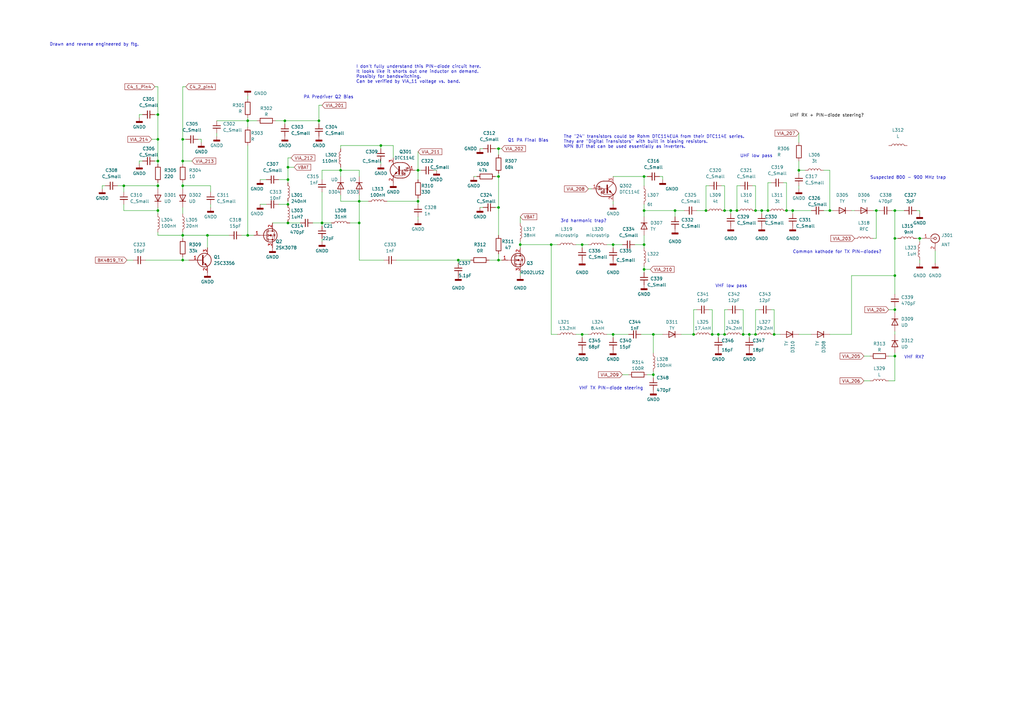
<source format=kicad_sch>
(kicad_sch (version 20230121) (generator eeschema)
  (paper "A3")
  (lib_symbols
    (symbol "Connector:Conn_Coaxial" (pin_names (offset 1.016) hide)
      (property "Reference" "J" (at 0.254 3.048 0))
      (property "Value" "Conn_Coaxial" (at 2.921 0 90))
      (symbol "Conn_Coaxial_0_1"
        (arc (start -1.778 -0.508) (mid 0.2311 -1.8066) (end 1.778 0) (stroke (width 0.254)))
        (polyline (pts (xy -2.54 0) (xy -0.508 0)))
        (polyline (pts (xy 0 -2.54) (xy 0 -1.778)))
        (circle (center 0 0) (radius 0.508) (stroke (width 0.2032)))
        (arc (start 1.778 0) (mid 0.2099 1.8101) (end -1.778 0.508) (stroke (width 0.254)))
      )
      (symbol "Conn_Coaxial_1_1"
        (pin passive line (at -5.08 0 0) (length 2.54) (name "In") (number "1"))
        (pin passive line (at 0 -5.08 90) (length 2.54) (name "Ext") (number "2"))
      )
    )
    (symbol "Device:C_Small" (pin_numbers hide) (pin_names (offset 0.254) hide)
      (property "Reference" "C" (at 0.254 1.778 0))
      (property "Value" "C_Small" (at 0.254 -2.032 0))
      (symbol "C_Small_0_1"
        (polyline (pts (xy -1.524 -0.508) (xy 1.524 -0.508)) (stroke (width 0.3302)))
        (polyline (pts (xy -1.524 0.508) (xy 1.524 0.508)) (stroke (width 0.3048)))
      )
      (symbol "C_Small_1_1"
        (pin passive line (at 0 2.54 270) (length 2.032) (name "~") (number "1"))
        (pin passive line (at 0 -2.54 90) (length 2.032) (name "~") (number "2"))
      )
    )
    (symbol "Device:D" (pin_numbers hide) (pin_names (offset 1.016) hide)
      (property "Reference" "D" (at 0 2.54 0))
      (property "Value" "D" (at 0 -2.54 0))
      (symbol "D_0_1"
        (polyline (pts (xy -1.27 1.27) (xy -1.27 -1.27)) (stroke (width 0.254)))
        (polyline (pts (xy 1.27 0) (xy -1.27 0)))
        (polyline (pts (xy 1.27 1.27) (xy 1.27 -1.27) (xy -1.27 0) (xy 1.27 1.27)) (stroke (width 0.254)))
      )
      (symbol "D_1_1"
        (pin passive line (at -3.81 0 0) (length 2.54) (name "K") (number "1"))
        (pin passive line (at 3.81 0 180) (length 2.54) (name "A") (number "2"))
      )
    )
    (symbol "Device:L" (pin_numbers hide) (pin_names (offset 1.016) hide)
      (property "Reference" "L" (at -1.27 0 90))
      (property "Value" "L" (at 1.905 0 90))
      (symbol "L_0_1"
        (arc (start 0 -2.54) (mid 0.6323 -1.905) (end 0 -1.27))
        (arc (start 0 -1.27) (mid 0.6323 -0.635) (end 0 0))
        (arc (start 0 0) (mid 0.6323 0.635) (end 0 1.27))
        (arc (start 0 1.27) (mid 0.6323 1.905) (end 0 2.54))
      )
      (symbol "L_1_1"
        (pin passive line (at 0 3.81 270) (length 1.27) (name "1") (number "1"))
        (pin passive line (at 0 -3.81 90) (length 1.27) (name "2") (number "2"))
      )
    )
    (symbol "Device:R" (pin_numbers hide) (pin_names (offset 0))
      (property "Reference" "R" (at 2.032 0 90))
      (property "Value" "R" (at 0 0 90))
      (symbol "R_0_1"
        (rectangle (start -1.016 -2.54) (end 1.016 2.54) (stroke (width 0.254)))
      )
      (symbol "R_1_1"
        (pin passive line (at 0 3.81 270) (length 1.27) (name "~") (number "1"))
        (pin passive line (at 0 -3.81 90) (length 1.27) (name "~") (number "2"))
      )
    )
    (symbol "Transistor_BJT:BFR92" (pin_names (offset 0) hide)
      (property "Reference" "Q" (at 5.08 1.905 0))
      (property "Value" "BFR92" (at 5.08 0 0))
      (symbol "BFR92_0_1"
        (polyline (pts (xy 0 0) (xy 0.635 0)))
        (polyline (pts (xy 0.635 0.635) (xy 2.54 2.54)))
        (polyline (pts (xy 2.54 -2.54) (xy 0.635 -0.635)))
        (polyline (pts (xy 0.635 1.905) (xy 0.635 0) (xy 0.635 -1.905) (xy 0.635 -1.905)) (stroke (width 0.508)))
        (polyline (pts (xy 2.286 -2.286) (xy 1.778 -1.27) (xy 1.27 -1.778) (xy 2.286 -2.286) (xy 2.286 -2.286)) (fill (type outline)))
        (circle (center 1.27 0) (radius 2.8194) (stroke (width 0.254)))
      )
      (symbol "BFR92_1_1"
        (pin input line (at -5.08 0 0) (length 5.08) (name "B") (number "1"))
        (pin passive line (at 2.54 -5.08 90) (length 2.54) (name "E") (number "2"))
        (pin passive line (at 2.54 5.08 270) (length 2.54) (name "C") (number "3"))
      )
    )
    (symbol "Transistor_BJT:DTC114E" (pin_names (offset 0) hide)
      (property "Reference" "Q" (at 5.08 1.905 0))
      (property "Value" "DTC114E" (at 5.08 0 0))
      (symbol "DTC114E_0_0"
        (text "10k" (at -3.302 0.889 0) (effects (font (size 0.508 0.508))))
        (text "10k" (at -2.159 -1.524 900) (effects (font (size 0.508 0.508))))
      )
      (symbol "DTC114E_0_1"
        (circle (center -1.27 0) (radius 0.127))
        (arc (start -1.27 3.175) (mid -4.4312 0) (end -1.27 -3.175) (stroke (width 0.254)))
        (polyline (pts (xy -3.429 0) (xy -3.81 0)))
        (polyline (pts (xy -1.27 -3.175) (xy 0.635 -3.175)) (stroke (width 0.254)))
        (polyline (pts (xy -1.27 3.175) (xy 0.635 3.175)) (stroke (width 0.254)))
        (polyline (pts (xy 0 -0.254) (xy 2.54 2.286)))
        (polyline (pts (xy 0.127 1.524) (xy 0.127 -1.651)) (stroke (width 0.508)) (fill (type outline)))
        (polyline (pts (xy 2.54 2.286) (xy 2.54 2.54)))
        (polyline (pts (xy 2.54 -2.286) (xy 0 0.254) (xy 0 0.254)))
        (polyline (pts (xy 0.889 -1.143) (xy 1.397 -0.635) (xy 1.905 -1.651) (xy 0.889 -1.143)) (fill (type outline)))
        (polyline (pts (xy 0 0) (xy -1.905 0) (xy -2.032 0.508) (xy -2.286 -0.508) (xy -2.54 0.508) (xy -2.794 -0.508) (xy -3.048 0.508) (xy -3.302 -0.508) (xy -3.429 0)))
        (polyline (pts (xy -1.27 0) (xy -1.27 -0.381) (xy -0.762 -0.508) (xy -1.778 -0.762) (xy -0.762 -1.016) (xy -1.778 -1.27) (xy -0.762 -1.524) (xy -1.778 -1.778) (xy -1.27 -1.905) (xy -1.27 -2.286) (xy 2.54 -2.286)))
        (arc (start 0.635 -3.175) (mid 3.7962 0) (end 0.635 3.175) (stroke (width 0.254)))
        (circle (center 2.54 -2.286) (radius 0.127))
      )
      (symbol "DTC114E_1_1"
        (pin input line (at -6.35 0 0) (length 2.54) (name "B") (number "1"))
        (pin passive line (at 2.54 -5.08 90) (length 2.54) (name "E") (number "2"))
        (pin passive line (at 2.54 5.08 270) (length 2.54) (name "C") (number "3"))
      )
    )
    (symbol "Transistor_FET:IRF540N" (pin_names hide)
      (property "Reference" "Q" (at 6.35 1.905 0))
      (property "Value" "IRF540N" (at 6.35 0 0))
      (symbol "IRF540N_0_1"
        (polyline (pts (xy 0.254 0) (xy -2.54 0)))
        (polyline (pts (xy 0.254 1.905) (xy 0.254 -1.905)) (stroke (width 0.254)))
        (polyline (pts (xy 0.762 -1.27) (xy 0.762 -2.286)) (stroke (width 0.254)))
        (polyline (pts (xy 0.762 0.508) (xy 0.762 -0.508)) (stroke (width 0.254)))
        (polyline (pts (xy 0.762 2.286) (xy 0.762 1.27)) (stroke (width 0.254)))
        (polyline (pts (xy 2.54 2.54) (xy 2.54 1.778)))
        (polyline (pts (xy 2.54 -2.54) (xy 2.54 0) (xy 0.762 0)))
        (polyline (pts (xy 0.762 -1.778) (xy 3.302 -1.778) (xy 3.302 1.778) (xy 0.762 1.778)))
        (polyline (pts (xy 1.016 0) (xy 2.032 0.381) (xy 2.032 -0.381) (xy 1.016 0)) (fill (type outline)))
        (polyline (pts (xy 2.794 0.508) (xy 2.921 0.381) (xy 3.683 0.381) (xy 3.81 0.254)))
        (polyline (pts (xy 3.302 0.381) (xy 2.921 -0.254) (xy 3.683 -0.254) (xy 3.302 0.381)))
        (circle (center 1.651 0) (radius 2.794) (stroke (width 0.254)))
        (circle (center 2.54 -1.778) (radius 0.254) (fill (type outline)))
        (circle (center 2.54 1.778) (radius 0.254) (fill (type outline)))
      )
      (symbol "IRF540N_1_1"
        (pin input line (at -5.08 0 0) (length 2.54) (name "G") (number "1"))
        (pin passive line (at 2.54 5.08 270) (length 2.54) (name "D") (number "2"))
        (pin passive line (at 2.54 -5.08 90) (length 2.54) (name "S") (number "3"))
      )
    )
    (symbol "power:GNDD" (power) (pin_names (offset 0))
      (property "Value" "GNDD" (at 0 -3.175 0))
      (symbol "GNDD_0_1"
        (rectangle (start -1.27 -1.524) (end 1.27 -2.032) (stroke (width 0.254)) (fill (type outline)))
        (polyline (pts (xy 0 0) (xy 0 -1.524)))
      )
      (symbol "GNDD_1_1"
        (pin power_in line (at 0 0 270) (length 0) hide (name "GNDD") (number "1"))
      )
    )
  )
  (junction (at 204.47 72.39))
  (junction (at 317.5 137.16))
  (junction (at 264.16 72.39))
  (junction (at 204.47 85.09))
  (junction (at 289.56 86.36))
  (junction (at 213.36 100.33))
  (junction (at 101.6 96.52))
  (junction (at 50.8 76.2))
  (junction (at 171.45 69.85))
  (junction (at 156.21 59.69))
  (junction (at 359.41 86.36))
  (junction (at 64.77 86.36))
  (junction (at 340.36 86.36))
  (junction (at 101.6 49.53))
  (junction (at 171.45 82.55))
  (junction (at 322.58 86.36))
  (junction (at 74.93 106.68))
  (junction (at 309.88 86.36))
  (junction (at 284.48 137.16))
  (junction (at 302.26 86.36))
  (junction (at 294.64 137.16))
  (junction (at 307.34 137.16))
  (junction (at 304.8 137.16))
  (junction (at 314.96 86.36))
  (junction (at 264.16 86.36))
  (junction (at 147.32 91.44))
  (junction (at 292.1 137.16))
  (junction (at 118.11 91.44))
  (junction (at 64.77 66.04))
  (junction (at 132.08 91.44))
  (junction (at 130.81 49.53))
  (junction (at 377.19 97.79))
  (junction (at 74.93 76.2))
  (junction (at 264.16 100.33))
  (junction (at 147.32 82.55))
  (junction (at 64.77 57.15))
  (junction (at 226.06 100.33))
  (junction (at 85.09 96.52))
  (junction (at 309.88 137.16))
  (junction (at 139.7 69.85))
  (junction (at 251.46 100.33))
  (junction (at 367.03 113.03))
  (junction (at 238.76 100.33))
  (junction (at 299.72 86.36))
  (junction (at 187.96 106.68))
  (junction (at 116.84 49.53))
  (junction (at 64.77 76.2))
  (junction (at 64.77 46.99))
  (junction (at 297.18 86.36))
  (junction (at 367.03 146.05))
  (junction (at 74.93 96.52))
  (junction (at 327.66 69.85))
  (junction (at 238.76 137.16))
  (junction (at 251.46 137.16))
  (junction (at 297.18 137.16))
  (junction (at 118.11 73.66))
  (junction (at 267.97 137.16))
  (junction (at 312.42 86.36))
  (junction (at 204.47 106.68))
  (junction (at 74.93 66.04))
  (junction (at 367.03 97.79))
  (junction (at 367.03 86.36))
  (junction (at 276.86 86.36))
  (junction (at 264.16 110.49))
  (junction (at 118.11 68.58))
  (junction (at 74.93 57.15))
  (junction (at 267.97 153.67))
  (junction (at 325.12 86.36))
  (junction (at 118.11 83.82))
  (junction (at 367.03 127))
  (junction (at 204.47 60.96))
  (wire (pts (xy 74.93 97.79) (xy 74.93 96.52)))
  (wire (pts (xy 64.77 96.52) (xy 74.93 96.52)))
  (wire (pts (xy 74.93 105.41) (xy 74.93 106.68)))
  (wire (pts (xy 303.53 76.2) (xy 302.26 76.2)))
  (wire (pts (xy 226.06 100.33) (xy 226.06 137.16)))
  (wire (pts (xy 265.43 72.39) (xy 264.16 72.39)))
  (wire (pts (xy 130.81 43.18) (xy 130.81 49.53)))
  (wire (pts (xy 251.46 137.16) (xy 251.46 138.43)))
  (wire (pts (xy 238.76 137.16) (xy 241.3 137.16)))
  (wire (pts (xy 132.08 78.74) (xy 132.08 91.44)))
  (wire (pts (xy 203.2 60.96) (xy 204.47 60.96)))
  (wire (pts (xy 312.42 86.36) (xy 314.96 86.36)))
  (wire (pts (xy 265.43 153.67) (xy 267.97 153.67)))
  (wire (pts (xy 63.5 46.99) (xy 64.77 46.99)))
  (wire (pts (xy 139.7 69.85) (xy 139.7 72.39)))
  (wire (pts (xy 118.11 68.58) (xy 118.11 73.66)))
  (wire (pts (xy 132.08 43.18) (xy 130.81 43.18)))
  (wire (pts (xy 139.7 68.58) (xy 139.7 69.85)))
  (wire (pts (xy 294.64 137.16) (xy 294.64 138.43)))
  (wire (pts (xy 271.78 72.39) (xy 271.78 73.66)))
  (wire (pts (xy 264.16 100.33) (xy 264.16 101.6)))
  (wire (pts (xy 213.36 113.03) (xy 213.36 111.76)))
  (wire (pts (xy 74.93 35.56) (xy 74.93 57.15)))
  (wire (pts (xy 309.88 86.36) (xy 312.42 86.36)))
  (wire (pts (xy 264.16 109.22) (xy 264.16 110.49)))
  (wire (pts (xy 113.03 49.53) (xy 116.84 49.53)))
  (wire (pts (xy 64.77 74.93) (xy 64.77 76.2)))
  (wire (pts (xy 303.53 127) (xy 304.8 127)))
  (wire (pts (xy 264.16 83.82) (xy 264.16 86.36)))
  (wire (pts (xy 86.36 85.09) (xy 86.36 83.82)))
  (wire (pts (xy 132.08 69.85) (xy 139.7 69.85)))
  (wire (pts (xy 377.19 107.95) (xy 377.19 106.68)))
  (wire (pts (xy 304.8 137.16) (xy 307.34 137.16)))
  (wire (pts (xy 267.97 137.16) (xy 267.97 144.78)))
  (wire (pts (xy 327.66 54.61) (xy 327.66 58.42)))
  (wire (pts (xy 171.45 81.28) (xy 171.45 82.55)))
  (wire (pts (xy 276.86 86.36) (xy 276.86 88.9)))
  (wire (pts (xy 238.76 137.16) (xy 238.76 138.43)))
  (wire (pts (xy 57.15 66.04) (xy 57.15 67.31)))
  (wire (pts (xy 57.15 46.99) (xy 57.15 48.26)))
  (wire (pts (xy 64.77 66.04) (xy 64.77 67.31)))
  (wire (pts (xy 238.76 100.33) (xy 238.76 101.6)))
  (wire (pts (xy 292.1 137.16) (xy 294.64 137.16)))
  (wire (pts (xy 64.77 95.25) (xy 64.77 96.52)))
  (wire (pts (xy 62.23 57.15) (xy 64.77 57.15)))
  (wire (pts (xy 118.11 68.58) (xy 120.65 68.58)))
  (wire (pts (xy 116.84 50.8) (xy 116.84 49.53)))
  (wire (pts (xy 327.66 66.04) (xy 327.66 69.85)))
  (wire (pts (xy 267.97 153.67) (xy 267.97 154.94)))
  (wire (pts (xy 171.45 62.23) (xy 171.45 69.85)))
  (wire (pts (xy 171.45 69.85) (xy 171.45 73.66)))
  (wire (pts (xy 85.09 96.52) (xy 93.98 96.52)))
  (wire (pts (xy 236.22 100.33) (xy 238.76 100.33)))
  (wire (pts (xy 297.18 127) (xy 298.45 127)))
  (wire (pts (xy 147.32 82.55) (xy 147.32 91.44)))
  (wire (pts (xy 302.26 76.2) (xy 302.26 86.36)))
  (wire (pts (xy 101.6 49.53) (xy 105.41 49.53)))
  (wire (pts (xy 50.8 76.2) (xy 50.8 78.74)))
  (wire (pts (xy 368.3 97.79) (xy 367.03 97.79)))
  (wire (pts (xy 340.36 69.85) (xy 337.82 69.85)))
  (wire (pts (xy 101.6 48.26) (xy 101.6 49.53)))
  (wire (pts (xy 349.25 86.36) (xy 350.52 86.36)))
  (wire (pts (xy 290.83 76.2) (xy 289.56 76.2)))
  (wire (pts (xy 314.96 74.93) (xy 314.96 86.36)))
  (wire (pts (xy 82.55 57.15) (xy 82.55 58.42)))
  (wire (pts (xy 359.41 86.36) (xy 359.41 97.79)))
  (wire (pts (xy 292.1 127) (xy 292.1 137.16)))
  (wire (pts (xy 196.85 60.96) (xy 198.12 60.96)))
  (wire (pts (xy 236.22 137.16) (xy 238.76 137.16)))
  (wire (pts (xy 213.36 100.33) (xy 226.06 100.33)))
  (wire (pts (xy 118.11 91.44) (xy 123.19 91.44)))
  (wire (pts (xy 280.67 86.36) (xy 276.86 86.36)))
  (wire (pts (xy 139.7 59.69) (xy 139.7 60.96)))
  (wire (pts (xy 255.27 153.67) (xy 257.81 153.67)))
  (wire (pts (xy 349.25 137.16) (xy 349.25 113.03)))
  (wire (pts (xy 365.76 86.36) (xy 367.03 86.36)))
  (wire (pts (xy 171.45 69.85) (xy 172.72 69.85)))
  (wire (pts (xy 147.32 82.55) (xy 151.13 82.55)))
  (wire (pts (xy 204.47 85.09) (xy 204.47 96.52)))
  (wire (pts (xy 337.82 86.36) (xy 340.36 86.36)))
  (wire (pts (xy 114.3 83.82) (xy 118.11 83.82)))
  (wire (pts (xy 248.92 137.16) (xy 251.46 137.16)))
  (wire (pts (xy 264.16 86.36) (xy 276.86 86.36)))
  (wire (pts (xy 375.92 86.36) (xy 377.19 86.36)))
  (wire (pts (xy 264.16 88.9) (xy 264.16 86.36)))
  (wire (pts (xy 156.21 66.04) (xy 156.21 67.31)))
  (wire (pts (xy 132.08 97.79) (xy 132.08 99.06)))
  (wire (pts (xy 59.69 106.68) (xy 74.93 106.68)))
  (wire (pts (xy 340.36 69.85) (xy 340.36 86.36)))
  (wire (pts (xy 327.66 69.85) (xy 330.2 69.85)))
  (wire (pts (xy 327.66 69.85) (xy 327.66 71.12)))
  (wire (pts (xy 358.14 86.36) (xy 359.41 86.36)))
  (wire (pts (xy 264.16 110.49) (xy 266.7 110.49)))
  (wire (pts (xy 226.06 137.16) (xy 228.6 137.16)))
  (wire (pts (xy 302.26 86.36) (xy 299.72 86.36)))
  (wire (pts (xy 213.36 99.06) (xy 213.36 100.33)))
  (wire (pts (xy 74.93 66.04) (xy 74.93 67.31)))
  (wire (pts (xy 285.75 127) (xy 284.48 127)))
  (wire (pts (xy 204.47 106.68) (xy 205.74 106.68)))
  (wire (pts (xy 332.74 137.16) (xy 327.66 137.16)))
  (wire (pts (xy 50.8 76.2) (xy 64.77 76.2)))
  (wire (pts (xy 156.21 59.69) (xy 161.29 59.69)))
  (wire (pts (xy 349.25 113.03) (xy 367.03 113.03)))
  (wire (pts (xy 64.77 85.09) (xy 64.77 86.36)))
  (wire (pts (xy 128.27 91.44) (xy 132.08 91.44)))
  (wire (pts (xy 204.47 71.12) (xy 204.47 72.39)))
  (wire (pts (xy 309.88 76.2) (xy 309.88 86.36)))
  (wire (pts (xy 193.04 106.68) (xy 187.96 106.68)))
  (wire (pts (xy 158.75 82.55) (xy 171.45 82.55)))
  (wire (pts (xy 161.29 59.69) (xy 161.29 64.77)))
  (wire (pts (xy 74.93 57.15) (xy 74.93 66.04)))
  (wire (pts (xy 76.2 35.56) (xy 74.93 35.56)))
  (wire (pts (xy 383.54 102.87) (xy 383.54 107.95)))
  (wire (pts (xy 116.84 49.53) (xy 130.81 49.53)))
  (wire (pts (xy 64.77 35.56) (xy 64.77 46.99)))
  (wire (pts (xy 119.38 64.77) (xy 118.11 64.77)))
  (wire (pts (xy 367.03 97.79) (xy 367.03 86.36)))
  (wire (pts (xy 367.03 125.73) (xy 367.03 127)))
  (wire (pts (xy 171.45 88.9) (xy 171.45 90.17)))
  (wire (pts (xy 307.34 137.16) (xy 307.34 138.43)))
  (wire (pts (xy 299.72 86.36) (xy 299.72 87.63)))
  (wire (pts (xy 311.15 127) (xy 309.88 127)))
  (wire (pts (xy 139.7 82.55) (xy 147.32 82.55)))
  (wire (pts (xy 213.36 100.33) (xy 213.36 101.6)))
  (wire (pts (xy 194.31 72.39) (xy 195.58 72.39)))
  (wire (pts (xy 327.66 77.47) (xy 327.66 76.2)))
  (wire (pts (xy 63.5 35.56) (xy 64.77 35.56)))
  (wire (pts (xy 367.03 97.79) (xy 367.03 113.03)))
  (wire (pts (xy 213.36 88.9) (xy 213.36 91.44)))
  (wire (pts (xy 285.75 86.36) (xy 289.56 86.36)))
  (wire (pts (xy 308.61 76.2) (xy 309.88 76.2)))
  (wire (pts (xy 171.45 82.55) (xy 171.45 83.82)))
  (wire (pts (xy 139.7 59.69) (xy 156.21 59.69)))
  (wire (pts (xy 378.46 97.79) (xy 377.19 97.79)))
  (wire (pts (xy 317.5 137.16) (xy 320.04 137.16)))
  (wire (pts (xy 177.8 69.85) (xy 179.07 69.85)))
  (wire (pts (xy 377.19 97.79) (xy 375.92 97.79)))
  (wire (pts (xy 359.41 86.36) (xy 360.68 86.36)))
  (wire (pts (xy 284.48 127) (xy 284.48 137.16)))
  (wire (pts (xy 226.06 100.33) (xy 228.6 100.33)))
  (wire (pts (xy 147.32 69.85) (xy 147.32 72.39)))
  (wire (pts (xy 147.32 106.68) (xy 157.48 106.68)))
  (wire (pts (xy 312.42 86.36) (xy 312.42 87.63)))
  (wire (pts (xy 290.83 127) (xy 292.1 127)))
  (wire (pts (xy 267.97 152.4) (xy 267.97 153.67)))
  (wire (pts (xy 297.18 137.16) (xy 297.18 127)))
  (wire (pts (xy 74.93 76.2) (xy 74.93 77.47)))
  (wire (pts (xy 270.51 72.39) (xy 271.78 72.39)))
  (wire (pts (xy 264.16 72.39) (xy 264.16 76.2)))
  (wire (pts (xy 367.03 146.05) (xy 367.03 156.21)))
  (wire (pts (xy 41.91 76.2) (xy 41.91 77.47)))
  (wire (pts (xy 143.51 91.44) (xy 147.32 91.44)))
  (wire (pts (xy 101.6 49.53) (xy 101.6 52.07)))
  (wire (pts (xy 170.18 69.85) (xy 171.45 69.85)))
  (wire (pts (xy 114.3 73.66) (xy 118.11 73.66)))
  (wire (pts (xy 317.5 127) (xy 317.5 137.16)))
  (wire (pts (xy 377.19 86.36) (xy 377.19 87.63)))
  (wire (pts (xy 377.19 99.06) (xy 377.19 97.79)))
  (wire (pts (xy 316.23 127) (xy 317.5 127)))
  (wire (pts (xy 204.47 60.96) (xy 205.74 60.96)))
  (wire (pts (xy 43.18 76.2) (xy 41.91 76.2)))
  (wire (pts (xy 86.36 76.2) (xy 86.36 78.74)))
  (wire (pts (xy 203.2 72.39) (xy 204.47 72.39)))
  (wire (pts (xy 147.32 80.01) (xy 147.32 82.55)))
  (wire (pts (xy 251.46 72.39) (xy 264.16 72.39)))
  (wire (pts (xy 309.88 127) (xy 309.88 137.16)))
  (wire (pts (xy 367.03 144.78) (xy 367.03 146.05)))
  (wire (pts (xy 88.9 49.53) (xy 101.6 49.53)))
  (wire (pts (xy 48.26 76.2) (xy 50.8 76.2)))
  (wire (pts (xy 364.49 156.21) (xy 367.03 156.21)))
  (wire (pts (xy 147.32 91.44) (xy 147.32 106.68)))
  (wire (pts (xy 367.03 137.16) (xy 367.03 135.89)))
  (wire (pts (xy 118.11 74.93) (xy 118.11 73.66)))
  (wire (pts (xy 74.93 76.2) (xy 86.36 76.2)))
  (wire (pts (xy 101.6 39.37) (xy 101.6 40.64)))
  (wire (pts (xy 203.2 85.09) (xy 204.47 85.09)))
  (wire (pts (xy 187.96 106.68) (xy 187.96 107.95)))
  (wire (pts (xy 367.03 86.36) (xy 370.84 86.36)))
  (wire (pts (xy 340.36 86.36) (xy 341.63 86.36)))
  (wire (pts (xy 204.47 60.96) (xy 204.47 63.5)))
  (wire (pts (xy 106.68 83.82) (xy 109.22 83.82)))
  (wire (pts (xy 74.93 96.52) (xy 85.09 96.52)))
  (wire (pts (xy 74.93 66.04) (xy 78.74 66.04)))
  (wire (pts (xy 241.3 77.47) (xy 242.57 77.47)))
  (wire (pts (xy 118.11 64.77) (xy 118.11 68.58)))
  (wire (pts (xy 294.64 137.16) (xy 297.18 137.16)))
  (wire (pts (xy 101.6 59.69) (xy 101.6 96.52)))
  (wire (pts (xy 264.16 100.33) (xy 264.16 96.52)))
  (wire (pts (xy 139.7 80.01) (xy 139.7 82.55)))
  (wire (pts (xy 64.77 46.99) (xy 64.77 57.15)))
  (wire (pts (xy 64.77 57.15) (xy 64.77 66.04)))
  (wire (pts (xy 200.66 106.68) (xy 204.47 106.68)))
  (wire (pts (xy 325.12 87.63) (xy 325.12 86.36)))
  (wire (pts (xy 88.9 55.88) (xy 88.9 54.61)))
  (wire (pts (xy 251.46 137.16) (xy 257.81 137.16)))
  (wire (pts (xy 85.09 96.52) (xy 85.09 101.6)))
  (wire (pts (xy 196.85 85.09) (xy 198.12 85.09)))
  (wire (pts (xy 77.47 106.68) (xy 74.93 106.68)))
  (wire (pts (xy 101.6 96.52) (xy 104.14 96.52)))
  (wire (pts (xy 64.77 87.63) (xy 64.77 86.36)))
  (wire (pts (xy 76.2 57.15) (xy 74.93 57.15)))
  (wire (pts (xy 316.23 74.93) (xy 314.96 74.93)))
  (wire (pts (xy 349.25 137.16) (xy 340.36 137.16)))
  (wire (pts (xy 139.7 69.85) (xy 147.32 69.85)))
  (wire (pts (xy 204.47 72.39) (xy 204.47 85.09)))
  (wire (pts (xy 297.18 86.36) (xy 299.72 86.36)))
  (wire (pts (xy 359.41 97.79) (xy 358.14 97.79)))
  (wire (pts (xy 322.58 86.36) (xy 325.12 86.36)))
  (wire (pts (xy 81.28 57.15) (xy 82.55 57.15)))
  (wire (pts (xy 58.42 66.04) (xy 57.15 66.04)))
  (wire (pts (xy 295.91 76.2) (xy 297.18 76.2)))
  (wire (pts (xy 132.08 69.85) (xy 132.08 73.66)))
  (wire (pts (xy 251.46 83.82) (xy 251.46 82.55)))
  (wire (pts (xy 367.03 127) (xy 367.03 128.27)))
  (wire (pts (xy 204.47 104.14) (xy 204.47 106.68)))
  (wire (pts (xy 132.08 91.44) (xy 135.89 91.44)))
  (wire (pts (xy 106.68 73.66) (xy 109.22 73.66)))
  (wire (pts (xy 50.8 83.82) (xy 50.8 86.36)))
  (wire (pts (xy 74.93 85.09) (xy 74.93 87.63)))
  (wire (pts (xy 322.58 74.93) (xy 322.58 86.36)))
  (wire (pts (xy 130.81 50.8) (xy 130.81 49.53)))
  (wire (pts (xy 260.35 100.33) (xy 264.16 100.33)))
  (wire (pts (xy 58.42 46.99) (xy 57.15 46.99)))
  (wire (pts (xy 354.33 156.21) (xy 356.87 156.21)))
  (wire (pts (xy 264.16 110.49) (xy 264.16 111.76)))
  (wire (pts (xy 289.56 76.2) (xy 289.56 86.36)))
  (wire (pts (xy 367.03 113.03) (xy 367.03 120.65)))
  (wire (pts (xy 262.89 137.16) (xy 267.97 137.16)))
  (wire (pts (xy 251.46 101.6) (xy 251.46 100.33)))
  (wire (pts (xy 238.76 100.33) (xy 241.3 100.33)))
  (wire (pts (xy 74.93 95.25) (xy 74.93 96.52)))
  (wire (pts (xy 162.56 106.68) (xy 187.96 106.68)))
  (wire (pts (xy 297.18 76.2) (xy 297.18 86.36)))
  (wire (pts (xy 321.31 74.93) (xy 322.58 74.93)))
  (wire (pts (xy 132.08 91.44) (xy 132.08 92.71)))
  (wire (pts (xy 74.93 74.93) (xy 74.93 76.2)))
  (wire (pts (xy 307.34 137.16) (xy 309.88 137.16)))
  (wire (pts (xy 304.8 127) (xy 304.8 137.16)))
  (wire (pts (xy 367.03 146.05) (xy 364.49 146.05)))
  (wire (pts (xy 325.12 86.36) (xy 332.74 86.36)))
  (wire (pts (xy 248.92 100.33) (xy 251.46 100.33)))
  (wire (pts (xy 63.5 66.04) (xy 64.77 66.04)))
  (wire (pts (xy 156.21 59.69) (xy 156.21 60.96)))
  (wire (pts (xy 64.77 76.2) (xy 64.77 77.47)))
  (wire (pts (xy 364.49 127) (xy 367.03 127)))
  (wire (pts (xy 251.46 100.33) (xy 255.27 100.33)))
  (wire (pts (xy 118.11 82.55) (xy 118.11 83.82)))
  (wire (pts (xy 354.33 146.05) (xy 356.87 146.05)))
  (wire (pts (xy 52.07 106.68) (xy 54.61 106.68)))
  (wire (pts (xy 111.76 91.44) (xy 118.11 91.44)))
  (wire (pts (xy 50.8 86.36) (xy 64.77 86.36)))
  (wire (pts (xy 279.4 137.16) (xy 284.48 137.16)))
  (wire (pts (xy 267.97 137.16) (xy 271.78 137.16)))
  (wire (pts (xy 99.06 96.52) (xy 101.6 96.52)))
  (text "VHF low pass\n" (at 293.37 118.11 0) (effects (font (size 1.27 1.27)) (justify left bottom)))
  (text "The \"24\" transistors could be Rohm DTC114EUA from their DTC114E series.\nThey are \"Digital Transistors\" with built in biasing resistors.\nNPN BJT that can be used essentially as inverters. " (at 231.14 60.96 0) (effects (font (size 1.27 1.27)) (justify left bottom)))
  (text "PA Predriver Q2 Bias\n" (at 124.46 40.64 0) (effects (font (size 1.27 1.27)) (justify left bottom)))
  (text "Drawn and reverse engineered by ftg.\n" (at 20.32 19.05 0) (effects (font (size 1.27 1.27)) (justify left bottom)))
  (text "VHF RX?" (at 370.84 147.32 0) (effects (font (size 1.27 1.27)) (justify left bottom)))
  (text "UHF low pass\n" (at 303.53 64.77 0) (effects (font (size 1.27 1.27)) (justify left bottom)))
  (text "Suspected 800 - 900 MHz trap\n" (at 356.87 73.66 0) (effects (font (size 1.27 1.27)) (justify left bottom)))
  (text "Common kathode for TX PIN-diodes?\n" (at 325.12 104.14 0) (effects (font (size 1.27 1.27)) (justify left bottom)))
  (text "Q1 PA Final Bias\n" (at 208.28 58.42 0) (effects (font (size 1.27 1.27)) (justify left bottom)))
  (text "I don't fully understand this PIN-diode circuit here.\nIt looks like it shorts out one inductor on demand.\nPossibly for bandswitching.\nCan be verified by VIA_11 voltage vs. band." (at 146.05 34.29 0) (effects (font (size 1.27 1.27)) (justify left bottom)))
  (text "3rd harmonic trap?" (at 229.87 91.44 0) (effects (font (size 1.27 1.27)) (justify left bottom)))
  (text "VHF TX PIN-diode steering" (at 237.49 160.02 0) (effects (font (size 1.27 1.27)) (justify left bottom)))
  (label "UHF RX + PIN-diode steering?" (at 323.85 48.26 0))
  (global_label "VIA_210" (shape input) (at 266.7 110.49 0) (property "Intersheetrefs" "${INTERSHEET_REFS}" (effects hide)))
  (global_label "C4_1_Pin4" (shape input) (at 63.5 35.56 180) (property "Intersheetrefs" "${INTERSHEET_REFS}" (effects hide)))
  (global_label "VIA_214" (shape input) (at 62.23 57.15 180) (property "Intersheetrefs" "${INTERSHEET_REFS}" (effects hide)))
  (global_label "VIA_208" (shape input) (at 241.3 77.47 180) (property "Intersheetrefs" "${INTERSHEET_REFS}" (effects hide)))
  (global_label "VIA_207" (shape input) (at 327.66 54.61 180) (property "Intersheetrefs" "${INTERSHEET_REFS}" (effects hide)))
  (global_label "VIA_203" (shape input) (at 350.52 97.79 180) (property "Intersheetrefs" "${INTERSHEET_REFS}" (effects hide)))
  (global_label "VIA_211" (shape input) (at 171.45 62.23 0) (property "Intersheetrefs" "${INTERSHEET_REFS}" (effects hide)))
  (global_label "VIA_206" (shape input) (at 354.33 156.21 180) (property "Intersheetrefs" "${INTERSHEET_REFS}" (effects hide)))
  (global_label "VIA_205" (shape input) (at 354.33 146.05 180) (property "Intersheetrefs" "${INTERSHEET_REFS}" (effects hide)))
  (global_label "VIA_213" (shape input) (at 78.74 66.04 0) (property "Intersheetrefs" "${INTERSHEET_REFS}" (effects hide)))
  (global_label "VIA_201" (shape input) (at 132.08 43.18 0) (property "Intersheetrefs" "${INTERSHEET_REFS}" (effects hide)))
  (global_label "VBAT" (shape input) (at 213.36 88.9 0) (property "Intersheetrefs" "${INTERSHEET_REFS}" (effects hide)))
  (global_label "VIA_204" (shape input) (at 364.49 127 180) (property "Intersheetrefs" "${INTERSHEET_REFS}" (effects hide)))
  (global_label "VIA_212" (shape input) (at 119.38 64.77 0) (property "Intersheetrefs" "${INTERSHEET_REFS}" (effects hide)))
  (global_label "BK4819_TX" (shape input) (at 52.07 106.68 180) (property "Intersheetrefs" "${INTERSHEET_REFS}" (effects hide)))
  (global_label "VIA_209" (shape input) (at 255.27 153.67 180) (property "Intersheetrefs" "${INTERSHEET_REFS}" (effects hide)))
  (global_label "VBAT" (shape input) (at 120.65 68.58 0) (property "Intersheetrefs" "${INTERSHEET_REFS}" (effects hide)))
  (global_label "VIA_202" (shape input) (at 205.74 60.96 0) (property "Intersheetrefs" "${INTERSHEET_REFS}" (effects hide)))
  (global_label "C4_2_pin4" (shape input) (at 76.2 35.56 0) (property "Intersheetrefs" "${INTERSHEET_REFS}" (effects hide)))
  (symbol (lib_id "Device:L") (at 368.3 59.69 90) (unit 1)
    (property "Reference" "L312" (at 368.3 53.34 90))
    (property "Value" "L" (at 368.3 55.88 90))
  )
  (symbol (lib_id "power:GNDD") (at 179.07 69.85 0) (unit 1)
    (property "Reference" "#PWR0318" (effects hide))
    (property "Value" "GNDD" (at 181.61 73.66 0) (effects (justify right)))
  )
  (symbol (lib_id "Device:C_Small") (at 335.28 86.36 270) (unit 1)
    (property "Reference" "C326" (at 334.01 81.28 90))
    (property "Value" "C_Small" (at 335.28 83.82 90))
  )
  (symbol (lib_id "power:GNDD") (at 130.81 55.88 0) (unit 1)
    (property "Reference" "#PWR0305" (effects hide))
    (property "Value" "GNDD" (at 130.81 59.69 0))
  )
  (symbol (lib_id "Device:C_Small") (at 86.36 81.28 0) (unit 1)
    (property "Reference" "C311" (at 88.9 80.0162 0) (effects (justify left)))
    (property "Value" "C_Small" (at 88.9 82.5562 0) (effects (justify left)))
  )
  (symbol (lib_id "Device:C_Small") (at 260.35 137.16 270) (unit 1)
    (property "Reference" "C344" (at 260.35 132.08 90))
    (property "Value" "1nF" (at 260.35 134.62 90))
  )
  (symbol (lib_id "Device:C_Small") (at 116.84 53.34 0) (unit 1)
    (property "Reference" "C303" (at 119.38 52.0762 0) (effects (justify left)))
    (property "Value" "C_Small" (at 119.38 54.6162 0) (effects (justify left)))
  )
  (symbol (lib_id "power:GNDD") (at 132.08 99.06 0) (unit 1)
    (property "Reference" "#PWR0329" (effects hide))
    (property "Value" "GNDD" (at 132.08 102.87 0))
  )
  (symbol (lib_id "power:GNDD") (at 294.64 143.51 0) (unit 1)
    (property "Reference" "#PWR0339" (effects hide))
    (property "Value" "GNDD" (at 294.64 147.32 0))
  )
  (symbol (lib_id "power:GNDD") (at 271.78 73.66 0) (unit 1)
    (property "Reference" "#PWR0316" (effects hide))
    (property "Value" "GNDD" (at 275.59 77.47 0))
  )
  (symbol (lib_id "Device:C_Small") (at 238.76 104.14 0) (unit 1)
    (property "Reference" "C336" (at 241.3 102.8762 0) (effects (justify left)))
    (property "Value" "C_Small" (at 241.3 105.4162 0) (effects (justify left)))
  )
  (symbol (lib_id "Device:L") (at 74.93 91.44 0) (unit 1)
    (property "Reference" "L305" (at 76.2 90.17 0) (effects (justify left)))
    (property "Value" "20nH" (at 76.2 92.71 0) (effects (justify left)))
  )
  (symbol (lib_id "power:GNDD") (at 171.45 90.17 0) (unit 1)
    (property "Reference" "#PWR0324" (effects hide))
    (property "Value" "GNDD" (at 171.45 93.98 0))
  )
  (symbol (lib_id "Device:C_Small") (at 327.66 73.66 0) (unit 1)
    (property "Reference" "C317" (at 330.2 72.3962 0) (effects (justify left)))
    (property "Value" "C_Small" (at 330.2 74.9362 0) (effects (justify left)))
  )
  (symbol (lib_id "Device:L") (at 354.33 97.79 90) (unit 1)
    (property "Reference" "L318" (at 354.33 91.44 90))
    (property "Value" "RFC" (at 354.33 93.98 90))
  )
  (symbol (lib_id "power:GNDD") (at 196.85 60.96 0) (unit 1)
    (property "Reference" "#PWR0313" (effects hide))
    (property "Value" "GNDD" (at 193.04 60.96 0))
  )
  (symbol (lib_id "power:GNDD") (at 264.16 116.84 0) (unit 1)
    (property "Reference" "#PWR0336" (effects hide))
    (property "Value" "GNDD" (at 264.16 120.65 0))
  )
  (symbol (lib_id "Transistor_BJT:DTC114E") (at 248.92 77.47 0) (unit 1)
    (property "Reference" "Q302" (at 254 76.1999 0) (effects (justify left)))
    (property "Value" "DTC114E" (at 254 78.7399 0) (effects (justify left)))
  )
  (symbol (lib_id "Device:C_Small") (at 294.64 140.97 0) (unit 1)
    (property "Reference" "C346" (at 295.91 139.7 0) (effects (justify left)))
    (property "Value" "16pF" (at 295.91 143.51 0) (effects (justify left)))
  )
  (symbol (lib_id "Device:C_Small") (at 96.52 96.52 270) (unit 1)
    (property "Reference" "C318" (at 96.5136 90.17 90))
    (property "Value" "15pF" (at 96.5136 92.71 90))
  )
  (symbol (lib_id "Device:C_Small") (at 60.96 66.04 270) (unit 1)
    (property "Reference" "C306" (at 60.96 60.96 90))
    (property "Value" "C_Small" (at 60.96 63.5 90))
  )
  (symbol (lib_id "Device:L") (at 264.16 105.41 0) (unit 1)
    (property "Reference" "L322" (at 265.43 104.1399 0) (effects (justify left)))
    (property "Value" "L" (at 265.43 106.6799 0) (effects (justify left)))
  )
  (symbol (lib_id "Device:C_Small") (at 264.16 114.3 0) (unit 1)
    (property "Reference" "C339" (at 266.7 114.3 0) (effects (justify left)))
    (property "Value" "C_Small" (at 265.43 116.84 0) (effects (justify left)))
  )
  (symbol (lib_id "Device:D") (at 275.59 137.16 0) (mirror y) (unit 1)
    (property "Reference" "D311" (at 275.59 132.08 0))
    (property "Value" "TY" (at 275.59 134.62 0))
  )
  (symbol (lib_id "Device:C_Small") (at 363.22 86.36 270) (unit 1)
    (property "Reference" "C338" (at 363.22 80.01 90))
    (property "Value" "470pF" (at 363.22 82.55 90))
  )
  (symbol (lib_id "power:GNDD") (at 88.9 55.88 0) (unit 1)
    (property "Reference" "#PWR0303" (effects hide))
    (property "Value" "GNDD" (at 88.9 59.69 0))
  )
  (symbol (lib_id "Device:C_Small") (at 132.08 76.2 0) (unit 1)
    (property "Reference" "C315" (at 125.73 72.39 0) (effects (justify left)))
    (property "Value" "1nF" (at 127 74.93 0) (effects (justify left)))
  )
  (symbol (lib_id "Device:L") (at 118.11 87.63 0) (unit 1)
    (property "Reference" "L303" (at 119.38 86.36 0) (effects (justify left)))
    (property "Value" "1uH?" (at 119.38 88.9 0) (effects (justify left)))
  )
  (symbol (lib_id "Device:D") (at 367.03 132.08 90) (mirror x) (unit 1)
    (property "Reference" "D309" (at 369.57 130.8099 90) (effects (justify right)))
    (property "Value" "UD" (at 369.57 133.3499 90) (effects (justify right)))
  )
  (symbol (lib_id "Device:C_Small") (at 288.29 127 270) (unit 1)
    (property "Reference" "C341" (at 288.29 120.65 90))
    (property "Value" "16pF" (at 288.29 123.19 90))
  )
  (symbol (lib_id "power:GNDD") (at 267.97 160.02 0) (unit 1)
    (property "Reference" "#PWR0341" (effects hide))
    (property "Value" "GNDD" (at 267.97 163.83 0))
  )
  (symbol (lib_id "Device:R") (at 64.77 71.12 180) (unit 1)
    (property "Reference" "R305" (at 67.31 69.85 0) (effects (justify right)))
    (property "Value" "220" (at 67.31 72.39 0) (effects (justify right)))
  )
  (symbol (lib_id "Device:C_Small") (at 130.81 53.34 0) (unit 1)
    (property "Reference" "C304" (at 133.35 52.0762 0) (effects (justify left)))
    (property "Value" "C_Small" (at 133.35 54.6162 0) (effects (justify left)))
  )
  (symbol (lib_id "Device:C_Small") (at 57.15 106.68 270) (unit 1)
    (property "Reference" "C323" (at 57.1436 100.33 90))
    (property "Value" "16pF" (at 57.15 102.87 90))
  )
  (symbol (lib_id "power:GNDD") (at 251.46 106.68 0) (unit 1)
    (property "Reference" "#PWR0331" (effects hide))
    (property "Value" "GNDD" (at 251.46 111.76 0))
  )
  (symbol (lib_id "power:GNDD") (at 312.42 92.71 0) (unit 1)
    (property "Reference" "#PWR0326" (effects hide))
    (property "Value" "GNDD" (at 312.42 97.79 0))
  )
  (symbol (lib_id "Device:D") (at 74.93 81.28 90) (unit 1)
    (property "Reference" "D302" (at 77.47 80.0099 90) (effects (justify right)))
    (property "Value" "UD" (at 77.47 82.5499 90) (effects (justify right)))
  )
  (symbol (lib_id "Device:R") (at 204.47 67.31 180) (unit 1)
    (property "Reference" "R307" (at 207.01 66.0399 0) (effects (justify right)))
    (property "Value" "68k" (at 207.01 68.5799 0) (effects (justify right)))
  )
  (symbol (lib_id "Device:L") (at 154.94 82.55 90) (unit 1)
    (property "Reference" "L313" (at 154.94 77.47 90))
    (property "Value" "100nH" (at 154.94 80.01 90))
  )
  (symbol (lib_id "Device:C_Small") (at 200.66 85.09 270) (unit 1)
    (property "Reference" "C324" (at 199.39 80.01 90))
    (property "Value" "C_Small" (at 199.39 82.55 90))
  )
  (symbol (lib_id "Device:C_Small") (at 175.26 69.85 270) (unit 1)
    (property "Reference" "C322" (at 175.26 66.04 90))
    (property "Value" "C_Small" (at 180.34 68.58 90))
  )
  (symbol (lib_id "Transistor_BJT:DTC114E") (at 163.83 69.85 0) (mirror y) (unit 1)
    (property "Reference" "Q301" (at 168.91 62.23 0) (effects (justify left)))
    (property "Value" "DTC114E" (at 170.18 64.77 0) (effects (justify left)))
  )
  (symbol (lib_id "Device:C_Small") (at 307.34 140.97 0) (unit 1)
    (property "Reference" "C347" (at 308.61 139.7 0) (effects (justify left)))
    (property "Value" "18pF" (at 308.61 143.51 0) (effects (justify left)))
  )
  (symbol (lib_id "Device:C_Small") (at 276.86 91.44 0) (unit 1)
    (property "Reference" "C332" (at 279.4 90.1762 0) (effects (justify left)))
    (property "Value" "C_Small" (at 279.4 92.7162 0) (effects (justify left)))
  )
  (symbol (lib_id "Device:C_Small") (at 160.02 106.68 90) (unit 1)
    (property "Reference" "C333" (at 160.0263 100.33 90))
    (property "Value" "1nF" (at 160.0263 102.87 90))
  )
  (symbol (lib_id "Device:L") (at 232.41 100.33 90) (unit 1)
    (property "Reference" "L319" (at 232.41 93.98 90))
    (property "Value" "microstrip" (at 232.41 96.52 90))
  )
  (symbol (lib_id "power:GNDD") (at 213.36 113.03 0) (unit 1)
    (property "Reference" "#PWR0333" (effects hide))
    (property "Value" "GNDD" (at 213.36 118.11 0))
  )
  (symbol (lib_id "Device:L") (at 139.7 64.77 180) (unit 1)
    (property "Reference" "L302" (at 133.35 63.5 0) (effects (justify right)))
    (property "Value" "110nH" (at 132.08 66.04 0) (effects (justify right)))
  )
  (symbol (lib_id "Device:C_Small") (at 156.21 63.5 0) (unit 1)
    (property "Reference" "C309" (at 149.86 62.23 0) (effects (justify left)))
    (property "Value" "C_Small" (at 148.59 66.04 0) (effects (justify left)))
  )
  (symbol (lib_id "power:GNDD") (at 325.12 92.71 0) (unit 1)
    (property "Reference" "#PWR0327" (effects hide))
    (property "Value" "GNDD" (at 325.12 97.79 0))
  )
  (symbol (lib_id "power:GNDD") (at 251.46 83.82 0) (unit 1)
    (property "Reference" "#PWR0320" (effects hide))
    (property "Value" "GNDD" (at 251.46 87.63 0))
  )
  (symbol (lib_id "power:GNDD") (at 307.34 143.51 0) (unit 1)
    (property "Reference" "#PWR0340" (effects hide))
    (property "Value" "GNDD" (at 307.34 147.32 0))
  )
  (symbol (lib_id "Device:C_Small") (at 60.96 46.99 270) (unit 1)
    (property "Reference" "C301" (at 60.9536 40.64 90))
    (property "Value" "C_Small" (at 60.9536 43.18 90))
  )
  (symbol (lib_id "power:GNDD") (at 101.6 39.37 180) (unit 1)
    (property "Reference" "#PWR0301" (effects hide))
    (property "Value" "GNDD" (at 104.14 38.2904 0) (effects (justify right)))
  )
  (symbol (lib_id "Device:R") (at 74.93 101.6 180) (unit 1)
    (property "Reference" "R309" (at 77.47 100.33 0) (effects (justify right)))
    (property "Value" "33k" (at 77.47 102.87 0) (effects (justify right)))
  )
  (symbol (lib_id "Device:C_Small") (at 313.69 127 270) (unit 1)
    (property "Reference" "C343" (at 313.69 120.65 90))
    (property "Value" "12pF" (at 313.69 123.19 90))
  )
  (symbol (lib_id "Device:C_Small") (at 88.9 52.07 0) (unit 1)
    (property "Reference" "C302" (at 91.44 50.8062 0) (effects (justify left)))
    (property "Value" "C_Small" (at 91.44 53.3462 0) (effects (justify left)))
  )
  (symbol (lib_id "power:GNDD") (at 82.55 58.42 0) (unit 1)
    (property "Reference" "#PWR0306" (effects hide))
    (property "Value" "GNDD" (at 82.55 62.23 0))
  )
  (symbol (lib_id "power:GNDD") (at 156.21 67.31 0) (unit 1)
    (property "Reference" "#PWR021" (effects hide))
    (property "Value" "GNDD" (at 156.21 71.12 0))
  )
  (symbol (lib_id "power:GNDD") (at 299.72 92.71 0) (unit 1)
    (property "Reference" "#PWR0325" (effects hide))
    (property "Value" "GNDD" (at 299.72 97.79 0))
  )
  (symbol (lib_id "Device:R") (at 171.45 77.47 180) (unit 1)
    (property "Reference" "R310" (at 172.72 76.2 0) (effects (justify right)))
    (property "Value" "330" (at 172.72 78.74 0) (effects (justify right)))
  )
  (symbol (lib_id "Device:C_Small") (at 200.66 60.96 270) (unit 1)
    (property "Reference" "C312" (at 200.6536 54.61 90))
    (property "Value" "C_Small" (at 200.6536 57.15 90))
  )
  (symbol (lib_id "power:GNDD") (at 194.31 72.39 0) (unit 1)
    (property "Reference" "#PWR0315" (effects hide))
    (property "Value" "GNDD" (at 194.31 76.2 0))
  )
  (symbol (lib_id "Transistor_FET:IRF540N") (at 109.22 96.52 0) (unit 1)
    (property "Reference" "Q2" (at 113.03 99.06 0) (effects (justify left)))
    (property "Value" "2SK3078" (at 113.03 101.6 0) (effects (justify left)))
    (property "Footprint" "Package_TO_SOT_THT:TO-220-3_Vertical" (effects hide))
    (property "Datasheet" "http://www.irf.com/product-info/datasheets/data/irf540n.pdf" (effects hide))
  )
  (symbol (lib_id "Device:C_Small") (at 171.45 86.36 0) (unit 1)
    (property "Reference" "C328" (at 173.99 85.0963 0) (effects (justify left)))
    (property "Value" "1n" (at 173.99 87.6363 0) (effects (justify left)))
  )
  (symbol (lib_id "Device:C_Small") (at 267.97 72.39 270) (unit 1)
    (property "Reference" "C316" (at 267.9636 66.04 90))
    (property "Value" "C_Small" (at 267.9636 68.58 90))
  )
  (symbol (lib_id "power:GNDD") (at 377.19 87.63 0) (unit 1)
    (property "Reference" "#PWR0322" (effects hide))
    (property "Value" "GNDD" (at 377.19 91.44 0))
  )
  (symbol (lib_id "Device:R") (at 109.22 49.53 90) (unit 1)
    (property "Reference" "R302" (at 109.22 44.45 90))
    (property "Value" "R" (at 109.22 46.99 90))
  )
  (symbol (lib_id "Device:C_Small") (at 132.08 95.25 0) (unit 1)
    (property "Reference" "C21" (at 134.62 92.71 0))
    (property "Value" "22pF" (at 134.62 97.79 0))
  )
  (symbol (lib_id "Device:C_Small") (at 238.76 140.97 0) (unit 1)
    (property "Reference" "C345" (at 241.3 139.7063 0) (effects (justify left)))
    (property "Value" "68pF" (at 241.3 142.2463 0) (effects (justify left)))
  )
  (symbol (lib_id "Device:R") (at 199.39 72.39 90) (unit 1)
    (property "Reference" "R308" (at 198.12 67.31 90))
    (property "Value" "47k" (at 198.12 69.85 90))
  )
  (symbol (lib_id "Device:D") (at 367.03 140.97 90) (mirror x) (unit 1)
    (property "Reference" "D312" (at 369.57 139.6999 90) (effects (justify right)))
    (property "Value" "UD" (at 369.57 142.2399 90) (effects (justify right)))
  )
  (symbol (lib_id "power:GNDD") (at 251.46 143.51 0) (unit 1)
    (property "Reference" "#PWR0337" (effects hide))
    (property "Value" "GNDD" (at 251.46 147.32 0))
  )
  (symbol (lib_id "Device:L") (at 245.11 137.16 90) (unit 1)
    (property "Reference" "L324" (at 245.11 132.08 90))
    (property "Value" "8.4nH" (at 245.11 134.62 90))
  )
  (symbol (lib_id "power:GNDD") (at 196.85 85.09 0) (unit 1)
    (property "Reference" "#PWR0321" (effects hide))
    (property "Value" "GNDD" (at 196.85 88.9 0))
  )
  (symbol (lib_id "power:GNDD") (at 106.68 83.82 0) (unit 1)
    (property "Reference" "#PWR0314" (effects hide))
    (property "Value" "GNDD" (at 105.41 87.63 0))
  )
  (symbol (lib_id "Device:L") (at 118.11 78.74 0) (unit 1)
    (property "Reference" "L301" (at 119.38 80.01 0) (effects (justify left)))
    (property "Value" "240nH" (at 119.38 82.55 0) (effects (justify left)))
  )
  (symbol (lib_id "Device:C_Small") (at 306.07 76.2 270) (unit 1)
    (property "Reference" "C321" (at 306.0636 69.85 90))
    (property "Value" "C_Small" (at 306.0636 72.39 90))
  )
  (symbol (lib_id "Connector:Conn_Coaxial") (at 383.54 97.79 0) (unit 1)
    (property "Reference" "J301" (at 386.08 96.52 0) (effects (justify left)))
    (property "Value" "ANT" (at 386.08 100.33 0) (effects (justify left)))
    (property "Datasheet" " ~" (effects hide))
  )
  (symbol (lib_id "Device:L") (at 288.29 137.16 90) (unit 1)
    (property "Reference" "L325" (at 288.29 132.08 90))
    (property "Value" "17.4nH" (at 288.29 134.62 90))
  )
  (symbol (lib_id "power:GNDD") (at 238.76 143.51 0) (unit 1)
    (property "Reference" "#PWR0338" (effects hide))
    (property "Value" "GNDD" (at 238.76 147.32 0))
  )
  (symbol (lib_id "Device:D") (at 64.77 81.28 90) (unit 1)
    (property "Reference" "D301" (at 67.31 80.0099 90) (effects (justify right)))
    (property "Value" "UD" (at 67.31 82.5499 90) (effects (justify right)))
  )
  (symbol (lib_id "Device:D") (at 345.44 86.36 0) (mirror y) (unit 1)
    (property "Reference" "D305" (at 345.44 80.01 0))
    (property "Value" "TY" (at 345.44 82.55 0))
  )
  (symbol (lib_id "Device:D") (at 323.85 137.16 180) (unit 1)
    (property "Reference" "D310" (at 325.1201 139.7 90) (effects (justify left)))
    (property "Value" "TY" (at 322.5801 139.7 90) (effects (justify left)))
  )
  (symbol (lib_id "power:GNDD") (at 86.36 85.09 0) (unit 1)
    (property "Reference" "#PWR0312" (effects hide))
    (property "Value" "GNDD" (at 86.36 88.9 0))
  )
  (symbol (lib_id "Device:L") (at 360.68 156.21 90) (unit 1)
    (property "Reference" "L329" (at 360.68 151.13 90))
    (property "Value" "L" (at 360.68 153.67 90))
  )
  (symbol (lib_id "Device:C_Small") (at 300.99 127 270) (unit 1)
    (property "Reference" "C342" (at 300.99 120.65 90))
    (property "Value" "12pF" (at 300.99 123.19 90))
  )
  (symbol (lib_id "Device:D") (at 139.7 76.2 270) (unit 1)
    (property "Reference" "D304" (at 137.16 78.74 90))
    (property "Value" "UD" (at 137.16 73.66 90))
  )
  (symbol (lib_id "Device:L") (at 372.11 97.79 90) (unit 1)
    (property "Reference" "L315" (at 374.65 92.71 90) (effects (justify left)))
    (property "Value" "9nH" (at 374.65 95.25 90) (effects (justify left)))
  )
  (symbol (lib_id "power:GNDD") (at 187.96 113.03 0) (unit 1)
    (property "Reference" "#PWR0334" (effects hide))
    (property "Value" "GNDD" (at 187.96 118.11 0))
  )
  (symbol (lib_id "Device:L") (at 264.16 80.01 0) (unit 1)
    (property "Reference" "L307" (at 265.43 80.01 0) (effects (justify left)))
    (property "Value" "6t" (at 265.43 83.82 0) (effects (justify left)))
  )
  (symbol (lib_id "Device:C_Small") (at 373.38 86.36 270) (unit 1)
    (property "Reference" "C327" (at 373.3736 80.01 90))
    (property "Value" "3pF" (at 373.3736 82.55 90))
  )
  (symbol (lib_id "Device:C_Small") (at 187.96 110.49 0) (unit 1)
    (property "Reference" "C337" (at 187.96 107.95 0) (effects (justify left)))
    (property "Value" "5.1pF" (at 187.96 113.03 0) (effects (justify left)))
  )
  (symbol (lib_id "Device:D") (at 336.55 137.16 180) (unit 1)
    (property "Reference" "D308" (at 337.8201 139.7 90) (effects (justify left)))
    (property "Value" "TY" (at 335.2801 139.7 90) (effects (justify left)))
  )
  (symbol (lib_id "Device:R") (at 101.6 44.45 180) (unit 1)
    (property "Reference" "R301" (at 95.25 43.18 0) (effects (justify right)))
    (property "Value" "R" (at 97.79 45.72 0) (effects (justify right)))
  )
  (symbol (lib_id "power:GNDD") (at 57.15 48.26 0) (unit 1)
    (property "Reference" "#PWR0302" (effects hide))
    (property "Value" "GNDD" (at 57.15 52.07 0))
  )
  (symbol (lib_id "power:GNDD") (at 377.19 107.95 0) (unit 1)
    (property "Reference" "#PWR022" (effects hide))
    (property "Value" "GNDD" (at 377.19 113.03 0))
  )
  (symbol (lib_id "power:GNDD") (at 57.15 67.31 0) (unit 1)
    (property "Reference" "#PWR0307" (effects hide))
    (property "Value" "GNDD" (at 57.15 71.12 0))
  )
  (symbol (lib_id "Device:C_Small") (at 293.37 76.2 270) (unit 1)
    (property "Reference" "C320" (at 293.3636 69.85 90))
    (property "Value" "C_Small" (at 293.3636 72.39 90))
  )
  (symbol (lib_id "Device:R") (at 261.62 153.67 90) (unit 1)
    (property "Reference" "R314" (at 261.62 148.59 90))
    (property "Value" "100R" (at 261.62 151.13 90))
  )
  (symbol (lib_id "power:GNDD") (at 41.91 77.47 0) (unit 1)
    (property "Reference" "#PWR0309" (effects hide))
    (property "Value" "GNDD" (at 41.91 81.28 0))
  )
  (symbol (lib_id "Device:L") (at 334.01 69.85 90) (unit 1)
    (property "Reference" "L306" (at 334.01 63.5 90))
    (property "Value" "3t" (at 334.01 66.04 90))
  )
  (symbol (lib_id "Device:C_Small") (at 257.81 100.33 270) (unit 1)
    (property "Reference" "C334" (at 257.8036 93.98 90))
    (property "Value" "C_Small" (at 257.8036 96.52 90))
  )
  (symbol (lib_id "Device:C_Small") (at 111.76 73.66 270) (unit 1)
    (property "Reference" "C307" (at 111.76 67.31 90))
    (property "Value" "C_Small" (at 111.7536 69.85 90))
  )
  (symbol (lib_id "Device:L") (at 300.99 137.16 90) (unit 1)
    (property "Reference" "L326" (at 300.99 132.08 90))
    (property "Value" "24.2nH" (at 300.99 134.62 90))
  )
  (symbol (lib_id "power:GNDD") (at 383.54 107.95 0) (unit 1)
    (property "Reference" "#PWR0330" (effects hide))
    (property "Value" "GNDD" (at 383.54 113.03 0))
  )
  (symbol (lib_id "power:GNDD") (at 116.84 55.88 0) (unit 1)
    (property "Reference" "#PWR0304" (effects hide))
    (property "Value" "GNDD" (at 116.84 59.69 0))
  )
  (symbol (lib_id "Device:L") (at 318.77 86.36 90) (unit 1)
    (property "Reference" "L311" (at 318.77 80.01 90))
    (property "Value" "3t" (at 318.77 82.55 90))
  )
  (symbol (lib_id "power:GNDD") (at 111.76 101.6 0) (unit 1)
    (property "Reference" "#PWR0319" (effects hide))
    (property "Value" "GNDD" (at 111.76 105.41 0))
  )
  (symbol (lib_id "power:GNDD") (at 161.29 74.93 0) (unit 1)
    (property "Reference" "#PWR0311" (effects hide))
    (property "Value" "GNDD" (at 161.29 78.74 0))
  )
  (symbol (lib_id "Device:C_Small") (at 251.46 104.14 0) (unit 1)
    (property "Reference" "C335" (at 254 102.8762 0) (effects (justify left)))
    (property "Value" "C_Small" (at 252.73 106.68 0) (effects (justify left)))
  )
  (symbol (lib_id "power:GNDD") (at 327.66 77.47 0) (unit 1)
    (property "Reference" "#PWR0317" (effects hide))
    (property "Value" "GNDD" (at 327.66 81.28 0))
  )
  (symbol (lib_id "Device:D") (at 264.16 92.71 270) (unit 1)
    (property "Reference" "D307" (at 266.7 91.44 90) (effects (justify left)))
    (property "Value" "TY" (at 266.7 93.98 90) (effects (justify left)))
  )
  (symbol (lib_id "Device:R") (at 327.66 62.23 180) (unit 1)
    (property "Reference" "R306" (at 318.77 60.9599 0) (effects (justify right)))
    (property "Value" "R" (at 318.77 63.4999 0) (effects (justify right)))
  )
  (symbol (lib_id "Device:C_Small") (at 50.8 81.28 0) (unit 1)
    (property "Reference" "C310" (at 53.34 80.0162 0) (effects (justify left)))
    (property "Value" "C_Small" (at 53.34 82.5562 0) (effects (justify left)))
  )
  (symbol (lib_id "Transistor_BJT:BFR92") (at 82.55 106.68 0) (unit 1)
    (property "Reference" "Q1" (at 87.63 105.4099 0) (effects (justify left)))
    (property "Value" "2SC3356" (at 87.63 107.9499 0) (effects (justify left)))
    (property "Footprint" "Package_TO_SOT_SMD:SOT-323_SC-70" (effects hide))
    (property "Datasheet" "https://assets.nexperia.com/documents/data-sheet/BFR92A_N.pdf" (effects hide))
  )
  (symbol (lib_id "Device:C_Small") (at 111.76 83.82 270) (unit 1)
    (property "Reference" "C313" (at 113.03 78.74 90))
    (property "Value" "10nF" (at 113.03 81.28 90))
  )
  (symbol (lib_id "Device:L") (at 139.7 91.44 90) (unit 1)
    (property "Reference" "L308" (at 139.7 86.36 90))
    (property "Value" "31nH" (at 139.7 88.9 90))
  )
  (symbol (lib_id "Device:C_Small") (at 283.21 86.36 270) (unit 1)
    (property "Reference" "C325" (at 283.2036 80.01 90))
    (property "Value" "C_Small" (at 283.2036 82.55 90))
  )
  (symbol (lib_id "Device:L") (at 313.69 137.16 90) (unit 1)
    (property "Reference" "L327" (at 313.69 132.08 90))
    (property "Value" "29.2nH" (at 313.69 134.62 90))
  )
  (symbol (lib_id "Device:R") (at 74.93 71.12 180) (unit 1)
    (property "Reference" "R304" (at 77.47 69.8499 0) (effects (justify right)))
    (property "Value" "10" (at 77.47 72.3899 0) (effects (justify right)))
  )
  (symbol (lib_id "Device:C_Small") (at 299.72 90.17 0) (unit 1)
    (property "Reference" "C329" (at 302.26 88.9062 0) (effects (justify left)))
    (property "Value" "C_Small" (at 302.26 91.4462 0) (effects (justify left)))
  )
  (symbol (lib_id "Device:R") (at 204.47 100.33 180) (unit 1)
    (property "Reference" "R311" (at 205.74 99.0599 0) (effects (justify right)))
    (property "Value" "47" (at 207.01 101.5999 0) (effects (justify right)))
  )
  (symbol (lib_id "power:GNDD") (at 85.09 111.76 0) (unit 1)
    (property "Reference" "#PWR0323" (effects hide))
    (property "Value" "GNDD" (at 85.09 115.57 0))
  )
  (symbol (lib_id "Device:R") (at 196.85 106.68 270) (unit 1)
    (property "Reference" "R312" (at 196.85 100.33 90))
    (property "Value" "0R" (at 196.85 102.87 90))
  )
  (symbol (lib_id "Device:L") (at 377.19 102.87 180) (unit 1)
    (property "Reference" "L323" (at 375.92 101.6 0) (effects (justify left)))
    (property "Value" "1uH" (at 375.92 104.14 0) (effects (justify left)))
  )
  (symbol (lib_id "Device:L") (at 267.97 148.59 0) (unit 1)
    (property "Reference" "L328" (at 269.24 147.32 0) (effects (justify left)))
    (property "Value" "100nH" (at 269.24 149.86 0) (effects (justify left)))
  )
  (symbol (lib_id "Device:C_Small") (at 267.97 157.48 0) (unit 1)
    (property "Reference" "C348" (at 269.24 154.94 0) (effects (justify left)))
    (property "Value" "470pF" (at 269.24 160.02 0) (effects (justify left)))
  )
  (symbol (lib_id "Device:C_Small") (at 251.46 140.97 0) (unit 1)
    (property "Reference" "C340" (at 254 139.7063 0) (effects (justify left)))
    (property "Value" "15pF" (at 254 142.2463 0) (effects (justify left)))
  )
  (symbol (lib_id "Device:D") (at 354.33 86.36 0) (mirror y) (unit 1)
    (property "Reference" "D306" (at 354.33 80.01 0))
    (property "Value" "TY" (at 354.33 82.55 0))
  )
  (symbol (lib_id "Device:C_Small") (at 318.77 74.93 270) (unit 1)
    (property "Reference" "C319" (at 318.7636 68.58 90))
    (property "Value" "C_Small" (at 318.7636 71.12 90))
  )
  (symbol (lib_id "Device:C_Small") (at 78.74 57.15 270) (unit 1)
    (property "Reference" "C305" (at 78.7336 50.8 90))
    (property "Value" "C_Small" (at 78.7336 53.34 90))
  )
  (symbol (lib_id "Device:C_Small") (at 367.03 123.19 0) (unit 1)
    (property "Reference" "C339" (at 369.57 121.9263 0) (effects (justify left)))
    (property "Value" "470pF" (at 369.57 124.4663 0) (effects (justify left)))
  )
  (symbol (lib_id "power:GNDD") (at 106.68 73.66 0) (unit 1)
    (property "Reference" "#PWR0308" (effects hide))
    (property "Value" "GNDD" (at 105.41 77.47 0))
  )
  (symbol (lib_id "Device:R") (at 360.68 146.05 90) (unit 1)
    (property "Reference" "R313" (at 360.68 140.97 90))
    (property "Value" "R" (at 360.68 143.51 90))
  )
  (symbol (lib_id "Device:C_Small") (at 125.73 91.44 270) (unit 1)
    (property "Reference" "C314" (at 121.92 92.71 90))
    (property "Value" "470pF" (at 121.92 95.25 90))
  )
  (symbol (lib_id "Transistor_FET:IRF540N") (at 210.82 106.68 0) (unit 1)
    (property "Reference" "Q3" (at 215.9 107.95 0) (effects (justify left)))
    (property "Value" "RD02LUS2" (at 213.36 111.76 0) (effects (justify left)))
    (property "Footprint" "Package_TO_SOT_THT:TO-220-3_Vertical" (effects hide))
    (property "Datasheet" "http://www.irf.com/product-info/datasheets/data/irf540n.pdf" (effects hide))
  )
  (symbol (lib_id "Device:R") (at 101.6 55.88 180) (unit 1)
    (property "Reference" "R303" (at 102.87 54.61 0) (effects (justify right)))
    (property "Value" "R" (at 102.87 57.15 0) (effects (justify right)))
  )
  (symbol (lib_id "Device:C_Small") (at 45.72 76.2 270) (unit 1)
    (property "Reference" "C308" (at 45.7136 69.85 90))
    (property "Value" "C_Small" (at 45.7136 72.39 90))
  )
  (symbol (lib_id "Device:L") (at 306.07 86.36 90) (unit 1)
    (property "Reference" "L310" (at 306.07 80.01 90))
    (property "Value" "4t" (at 306.07 82.55 90))
  )
  (symbol (lib_id "Device:D") (at 147.32 76.2 270) (unit 1)
    (property "Reference" "D303" (at 144.78 78.74 90))
    (property "Value" "UD" (at 144.78 73.66 90))
  )
  (symbol (lib_id "Device:L") (at 64.77 91.44 0) (unit 1)
    (property "Reference" "L304" (at 66.04 90.17 0) (effects (justify left)))
    (property "Value" "100nH" (at 66.04 92.71 0) (effects (justify left)))
  )
  (symbol (lib_id "Device:C_Small") (at 325.12 90.17 0) (unit 1)
    (property "Reference" "C331" (at 327.66 90.17 0) (effects (justify left)))
    (property "Value" "C_Small" (at 326.39 92.71 0) (effects (justify left)))
  )
  (symbol (lib_id "Device:C_Small") (at 312.42 90.17 0) (unit 1)
    (property "Reference" "C330" (at 313.69 88.9 0) (effects (justify left)))
    (property "Value" "C_Small" (at 313.69 91.44 0) (effects (justify left)))
  )
  (symbol (lib_id "Device:L") (at 245.11 100.33 90) (unit 1)
    (property "Reference" "L320" (at 245.11 93.98 90))
    (property "Value" "microstrip" (at 245.11 96.52 90))
  )
  (symbol (lib_id "power:GNDD") (at 238.76 106.68 0) (unit 1)
    (property "Reference" "#PWR0332" (effects hide))
    (property "Value" "GNDD" (at 238.76 111.76 0))
  )
  (symbol (lib_id "Device:L") (at 293.37 86.36 90) (unit 1)
    (property "Reference" "L309" (at 293.37 80.01 90))
    (property "Value" "4t" (at 293.37 82.55 90))
  )
  (symbol (lib_id "Device:L") (at 213.36 95.25 0) (unit 1)
    (property "Reference" "L317" (at 214.63 93.98 0) (effects (justify left)))
    (property "Value" "38nH" (at 214.63 96.52 0) (effects (justify left)))
  )
  (symbol (lib_id "Device:L") (at 232.41 137.16 90) (unit 1)
    (property "Reference" "L321" (at 233.68 132.08 90) (effects (justify left)))
    (property "Value" "13.2nH" (at 236.22 134.62 90) (effects (justify left)))
  )
  (symbol (lib_id "power:GNDD") (at 276.86 93.98 0) (unit 1)
    (property "Reference" "#PWR0328" (effects hide))
    (property "Value" "GNDD" (at 276.86 99.06 0))
  )
)
</source>
